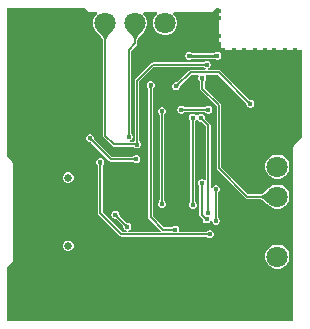
<source format=gbl>
G04*
G04 #@! TF.GenerationSoftware,Altium Limited,Altium Designer,21.0.8 (223)*
G04*
G04 Layer_Physical_Order=2*
G04 Layer_Color=16711680*
%FSLAX25Y25*%
%MOIN*%
G70*
G04*
G04 #@! TF.SameCoordinates,482E8025-2E78-4A05-A4F1-2824EEF061A7*
G04*
G04*
G04 #@! TF.FilePolarity,Positive*
G04*
G01*
G75*
%ADD10C,0.01000*%
%ADD56C,0.00500*%
%ADD57O,0.08268X0.03937*%
%ADD58O,0.06299X0.03937*%
%ADD59C,0.02559*%
%ADD60C,0.07087*%
%ADD61C,0.01600*%
%ADD62C,0.12598*%
G36*
X71500Y93500D02*
X73000Y91500D01*
X99374D01*
Y62316D01*
X96523Y59465D01*
X96302Y59134D01*
X96224Y58744D01*
Y1020D01*
X1020D01*
Y19078D01*
X2721Y20779D01*
X2942Y21110D01*
X3020Y21500D01*
Y53500D01*
X2942Y53890D01*
X2721Y54221D01*
X1020Y55922D01*
Y105480D01*
X26578D01*
X27779Y104279D01*
X28110Y104058D01*
X28500Y103980D01*
X30784D01*
X30991Y103480D01*
X30387Y102876D01*
X29854Y101954D01*
X29579Y100926D01*
Y99861D01*
X29854Y98833D01*
X30387Y97911D01*
X30716Y97582D01*
X30754Y97486D01*
X31545Y96673D01*
X32148Y95973D01*
X32373Y95674D01*
X32554Y95403D01*
X32687Y95168D01*
X32774Y94973D01*
X32817Y94827D01*
X32834Y94674D01*
X32857Y94631D01*
Y62878D01*
X32916Y62585D01*
X33081Y62337D01*
X35959Y59459D01*
X36207Y59294D01*
X36500Y59235D01*
X42843D01*
X42877Y59215D01*
X42906Y59222D01*
X42933Y59209D01*
X42981Y59207D01*
X43001Y59204D01*
X43016Y59201D01*
X43030Y59196D01*
X43044Y59189D01*
X43059Y59180D01*
X43077Y59167D01*
X43097Y59149D01*
X43119Y59124D01*
X43157Y59077D01*
X43247Y59027D01*
X43490Y58784D01*
X43967Y58587D01*
X44484D01*
X44962Y58784D01*
X45328Y59150D01*
X45526Y59628D01*
Y60145D01*
X45328Y60623D01*
X45214Y60737D01*
X45176Y60832D01*
X45130Y60881D01*
X45101Y60916D01*
X45077Y60948D01*
X45059Y60977D01*
X45045Y61005D01*
X45035Y61030D01*
X45027Y61053D01*
X45022Y61077D01*
X45019Y61101D01*
X45017Y61150D01*
X44991Y61206D01*
Y80909D01*
X49817Y85735D01*
X66181D01*
X66237Y85709D01*
X66286Y85707D01*
X66310Y85704D01*
X66333Y85699D01*
X66357Y85691D01*
X66382Y85681D01*
X66409Y85667D01*
X66439Y85649D01*
X66471Y85625D01*
X66505Y85596D01*
X66554Y85549D01*
X66649Y85512D01*
X66764Y85398D01*
X67085Y85265D01*
X66986Y84765D01*
X62062D01*
X61769Y84706D01*
X61521Y84541D01*
X57713Y80733D01*
X57670Y80721D01*
X57659Y80702D01*
X57637Y80694D01*
X57602Y80661D01*
X57586Y80649D01*
X57570Y80640D01*
X57556Y80633D01*
X57539Y80627D01*
X57520Y80622D01*
X57496Y80618D01*
X57466Y80616D01*
X57431Y80616D01*
X57370Y80622D01*
X57265Y80589D01*
X56960D01*
X56482Y80392D01*
X56117Y80026D01*
X55919Y79548D01*
Y79031D01*
X56117Y78553D01*
X56482Y78187D01*
X56960Y77990D01*
X57477D01*
X57955Y78187D01*
X58321Y78553D01*
X58519Y79031D01*
Y79077D01*
X58551Y79132D01*
X58560Y79204D01*
X58570Y79258D01*
X58582Y79305D01*
X58595Y79347D01*
X58610Y79384D01*
X58625Y79417D01*
X58641Y79445D01*
X58658Y79471D01*
X58676Y79493D01*
X58709Y79530D01*
X58731Y79588D01*
X62378Y83235D01*
X64690D01*
X64898Y82736D01*
X64700Y82259D01*
Y81741D01*
X64898Y81264D01*
X65012Y81149D01*
X65049Y81054D01*
X65096Y81005D01*
X65125Y80971D01*
X65149Y80939D01*
X65167Y80909D01*
X65181Y80882D01*
X65191Y80857D01*
X65199Y80833D01*
X65204Y80810D01*
X65207Y80786D01*
X65209Y80737D01*
X65235Y80681D01*
Y78500D01*
X65294Y78207D01*
X65459Y77959D01*
X70735Y72683D01*
Y52000D01*
X70793Y51707D01*
X70959Y51459D01*
X80459Y41959D01*
X80707Y41794D01*
X81000Y41735D01*
X85238D01*
X85280Y41712D01*
X85433Y41695D01*
X85579Y41652D01*
X85774Y41565D01*
X86009Y41432D01*
X86281Y41251D01*
X86576Y41028D01*
X87673Y40050D01*
X88087Y39637D01*
X88087Y39637D01*
X88087Y39637D01*
X88087Y39636D01*
X88186Y39596D01*
X88517Y39265D01*
X89439Y38732D01*
X90468Y38457D01*
X91532D01*
X92561Y38732D01*
X93483Y39265D01*
X94235Y40017D01*
X94768Y40939D01*
X95043Y41968D01*
Y43032D01*
X94768Y44061D01*
X94235Y44983D01*
X93483Y45735D01*
X92561Y46268D01*
X91532Y46543D01*
X90468D01*
X89439Y46268D01*
X88517Y45735D01*
X88188Y45406D01*
X88092Y45368D01*
X87279Y44577D01*
X86580Y43975D01*
X86281Y43749D01*
X86009Y43568D01*
X85774Y43435D01*
X85579Y43348D01*
X85433Y43305D01*
X85280Y43288D01*
X85238Y43265D01*
X81317D01*
X72265Y52317D01*
Y73000D01*
X72206Y73293D01*
X72041Y73541D01*
X72041Y73541D01*
X66765Y78817D01*
Y80681D01*
X66791Y80737D01*
X66793Y80786D01*
X66796Y80810D01*
X66801Y80833D01*
X66809Y80857D01*
X66819Y80882D01*
X66833Y80909D01*
X66851Y80939D01*
X66875Y80971D01*
X66904Y81005D01*
X66951Y81054D01*
X66988Y81149D01*
X67102Y81264D01*
X67300Y81741D01*
Y82259D01*
X67102Y82736D01*
X67310Y83235D01*
X71183D01*
X80527Y73892D01*
X80548Y73834D01*
X80581Y73798D01*
X80595Y73779D01*
X80608Y73759D01*
X80620Y73737D01*
X80630Y73712D01*
X80640Y73682D01*
X80647Y73649D01*
X80654Y73609D01*
X80658Y73564D01*
X80659Y73497D01*
X80700Y73403D01*
Y73241D01*
X80898Y72764D01*
X81264Y72398D01*
X81741Y72200D01*
X82259D01*
X82736Y72398D01*
X83102Y72764D01*
X83300Y73241D01*
Y73759D01*
X83102Y74236D01*
X82736Y74602D01*
X82259Y74800D01*
X82097D01*
X82003Y74841D01*
X81936Y74842D01*
X81891Y74846D01*
X81851Y74853D01*
X81818Y74860D01*
X81789Y74870D01*
X81763Y74880D01*
X81741Y74892D01*
X81721Y74905D01*
X81702Y74919D01*
X81666Y74952D01*
X81608Y74973D01*
X72041Y84541D01*
X71793Y84706D01*
X71500Y84765D01*
X68014D01*
X67915Y85265D01*
X68236Y85398D01*
X68602Y85764D01*
X68800Y86241D01*
Y86759D01*
X68602Y87236D01*
X68236Y87602D01*
X67759Y87800D01*
X67241D01*
X66764Y87602D01*
X66649Y87488D01*
X66554Y87450D01*
X66505Y87404D01*
X66471Y87375D01*
X66439Y87351D01*
X66409Y87333D01*
X66382Y87319D01*
X66357Y87309D01*
X66333Y87301D01*
X66310Y87296D01*
X66286Y87293D01*
X66237Y87291D01*
X66181Y87265D01*
X49500D01*
X49207Y87207D01*
X48959Y87041D01*
X43685Y81767D01*
X43519Y81519D01*
X43461Y81226D01*
Y61206D01*
X43435Y61150D01*
X43433Y61101D01*
X43430Y61077D01*
X43425Y61053D01*
X43417Y61030D01*
X43407Y61005D01*
X43393Y60977D01*
X43375Y60948D01*
X43351Y60916D01*
X43339Y60901D01*
X43315Y60886D01*
X43271Y60860D01*
X43230Y60840D01*
X43191Y60823D01*
X43156Y60811D01*
X43123Y60802D01*
X43091Y60796D01*
X43062Y60793D01*
X43012Y60791D01*
X42956Y60765D01*
X42014D01*
X41915Y61265D01*
X42236Y61398D01*
X42602Y61764D01*
X42800Y62241D01*
Y62759D01*
X42602Y63236D01*
X42488Y63351D01*
X42450Y63446D01*
X42404Y63495D01*
X42375Y63529D01*
X42351Y63561D01*
X42333Y63591D01*
X42319Y63618D01*
X42309Y63643D01*
X42301Y63667D01*
X42296Y63690D01*
X42293Y63714D01*
X42291Y63763D01*
X42265Y63819D01*
Y91183D01*
X44163Y93081D01*
X44163Y93081D01*
X44328Y93329D01*
X44387Y93622D01*
X44387Y93622D01*
Y94631D01*
X44410Y94674D01*
X44427Y94827D01*
X44470Y94973D01*
X44557Y95168D01*
X44690Y95403D01*
X44871Y95674D01*
X45094Y95970D01*
X46072Y97067D01*
X46485Y97481D01*
X46485Y97481D01*
X46485Y97481D01*
X46485Y97481D01*
X46526Y97580D01*
X46858Y97911D01*
X47390Y98833D01*
X47665Y99861D01*
Y100926D01*
X47390Y101954D01*
X46858Y102876D01*
X46253Y103480D01*
X46461Y103980D01*
X50784D01*
X50991Y103480D01*
X50387Y102876D01*
X49854Y101954D01*
X49579Y100926D01*
Y99861D01*
X49854Y98833D01*
X50387Y97911D01*
X51139Y97158D01*
X52061Y96626D01*
X53090Y96350D01*
X54154D01*
X55183Y96626D01*
X56105Y97158D01*
X56858Y97911D01*
X57390Y98833D01*
X57665Y99861D01*
Y100926D01*
X57390Y101954D01*
X56858Y102876D01*
X56253Y103480D01*
X56461Y103980D01*
X69000D01*
X69390Y104058D01*
X69721Y104279D01*
X70923Y105481D01*
X71500D01*
Y93500D01*
D02*
G37*
G36*
X45679Y97439D02*
X44675Y96313D01*
X44430Y95988D01*
X44229Y95687D01*
X44073Y95411D01*
X43961Y95161D01*
X43894Y94934D01*
X43872Y94733D01*
X43372D01*
X43350Y94934D01*
X43283Y95161D01*
X43171Y95411D01*
X43015Y95687D01*
X42814Y95988D01*
X42569Y96313D01*
X41945Y97039D01*
X41142Y97863D01*
X46102D01*
X45679Y97439D01*
D02*
G37*
G36*
X35679D02*
X34675Y96313D01*
X34430Y95988D01*
X34229Y95687D01*
X34073Y95411D01*
X33961Y95161D01*
X33894Y94934D01*
X33872Y94733D01*
X33372D01*
X33350Y94934D01*
X33283Y95161D01*
X33171Y95411D01*
X33015Y95687D01*
X32814Y95988D01*
X32569Y96313D01*
X31945Y97039D01*
X31142Y97863D01*
X36102D01*
X35679Y97439D01*
D02*
G37*
G36*
X66929Y85940D02*
X66867Y85999D01*
X66805Y86052D01*
X66741Y86098D01*
X66676Y86138D01*
X66610Y86172D01*
X66542Y86200D01*
X66473Y86222D01*
X66404Y86238D01*
X66332Y86247D01*
X66260Y86250D01*
Y86750D01*
X66332Y86753D01*
X66404Y86762D01*
X66473Y86778D01*
X66542Y86800D01*
X66610Y86827D01*
X66676Y86862D01*
X66741Y86902D01*
X66805Y86948D01*
X66867Y87001D01*
X66929Y87060D01*
Y85940D01*
D02*
G37*
G36*
X66501Y81367D02*
X66448Y81305D01*
X66402Y81241D01*
X66362Y81176D01*
X66328Y81110D01*
X66300Y81042D01*
X66278Y80973D01*
X66262Y80904D01*
X66253Y80832D01*
X66250Y80760D01*
X65750D01*
X65747Y80832D01*
X65738Y80904D01*
X65722Y80973D01*
X65700Y81042D01*
X65672Y81110D01*
X65638Y81176D01*
X65598Y81241D01*
X65552Y81305D01*
X65499Y81367D01*
X65440Y81429D01*
X66560D01*
X66501Y81367D01*
D02*
G37*
G36*
X58312Y79897D02*
X58264Y79845D01*
X58220Y79789D01*
X58180Y79729D01*
X58144Y79666D01*
X58112Y79598D01*
X58085Y79527D01*
X58061Y79452D01*
X58041Y79373D01*
X58026Y79290D01*
X58014Y79204D01*
X57320Y80083D01*
X57402Y80076D01*
X57481Y80074D01*
X57557Y80080D01*
X57630Y80091D01*
X57700Y80109D01*
X57766Y80133D01*
X57830Y80164D01*
X57890Y80201D01*
X57948Y80244D01*
X58002Y80294D01*
X58312Y79897D01*
D02*
G37*
G36*
X81353Y74505D02*
X81410Y74461D01*
X81471Y74422D01*
X81534Y74389D01*
X81602Y74361D01*
X81673Y74339D01*
X81747Y74321D01*
X81825Y74309D01*
X81907Y74302D01*
X81992Y74300D01*
X81200Y73508D01*
X81198Y73593D01*
X81191Y73675D01*
X81179Y73753D01*
X81161Y73827D01*
X81139Y73898D01*
X81111Y73966D01*
X81078Y74029D01*
X81039Y74090D01*
X80995Y74147D01*
X80946Y74200D01*
X81300Y74554D01*
X81353Y74505D01*
D02*
G37*
G36*
X41753Y63668D02*
X41762Y63596D01*
X41778Y63527D01*
X41800Y63458D01*
X41827Y63390D01*
X41862Y63324D01*
X41902Y63259D01*
X41948Y63195D01*
X42001Y63133D01*
X42060Y63071D01*
X40940D01*
X40999Y63133D01*
X41052Y63195D01*
X41098Y63259D01*
X41138Y63324D01*
X41173Y63390D01*
X41200Y63458D01*
X41222Y63527D01*
X41238Y63596D01*
X41247Y63668D01*
X41250Y63740D01*
X41750D01*
X41753Y63668D01*
D02*
G37*
G36*
X44479Y61054D02*
X44488Y60983D01*
X44504Y60913D01*
X44526Y60844D01*
X44553Y60777D01*
X44587Y60711D01*
X44628Y60646D01*
X44674Y60582D01*
X44727Y60519D01*
X44786Y60458D01*
X43731D01*
X43581Y59413D01*
X43530Y59477D01*
X43477Y59535D01*
X43421Y59585D01*
X43363Y59629D01*
X43301Y59666D01*
X43238Y59696D01*
X43172Y59720D01*
X43103Y59737D01*
X43032Y59747D01*
X42958Y59750D01*
X43033Y60250D01*
X43104Y60253D01*
X43174Y60261D01*
X43244Y60274D01*
X43315Y60294D01*
X43385Y60318D01*
X43456Y60348D01*
X43527Y60383D01*
X43598Y60424D01*
X43669Y60470D01*
X43699Y60492D01*
X43725Y60519D01*
X43777Y60582D01*
X43824Y60646D01*
X43864Y60711D01*
X43898Y60777D01*
X43926Y60844D01*
X43948Y60913D01*
X43964Y60983D01*
X43973Y61054D01*
X43976Y61126D01*
X44476D01*
X44479Y61054D01*
D02*
G37*
G36*
X88470Y40020D02*
X88045Y40444D01*
X86919Y41447D01*
X86594Y41692D01*
X86293Y41893D01*
X86018Y42049D01*
X85767Y42161D01*
X85541Y42228D01*
X85339Y42250D01*
Y42750D01*
X85541Y42772D01*
X85767Y42839D01*
X86018Y42951D01*
X86293Y43107D01*
X86594Y43308D01*
X86919Y43553D01*
X87645Y44177D01*
X88470Y44980D01*
Y40020D01*
D02*
G37*
%LPC*%
G36*
X71259Y90800D02*
X70741D01*
X70264Y90602D01*
X70219Y90558D01*
X69967Y90542D01*
X69892Y90541D01*
X69841Y90520D01*
X62665D01*
X62616Y90541D01*
X62384Y90546D01*
X62291Y90553D01*
X62284Y90554D01*
X62236Y90602D01*
X61759Y90800D01*
X61241D01*
X60764Y90602D01*
X60398Y90236D01*
X60200Y89759D01*
Y89241D01*
X60398Y88764D01*
X60764Y88398D01*
X61241Y88200D01*
X61759D01*
X62236Y88398D01*
X62281Y88442D01*
X62533Y88458D01*
X62608Y88459D01*
X62659Y88480D01*
X69835D01*
X69884Y88459D01*
X70116Y88454D01*
X70209Y88447D01*
X70216Y88446D01*
X70264Y88398D01*
X70741Y88200D01*
X71259D01*
X71736Y88398D01*
X72102Y88764D01*
X72300Y89241D01*
Y89759D01*
X72102Y90236D01*
X71736Y90602D01*
X71259Y90800D01*
D02*
G37*
G36*
X68259Y72800D02*
X67741D01*
X67264Y72602D01*
X67149Y72488D01*
X67054Y72451D01*
X67005Y72404D01*
X66971Y72375D01*
X66939Y72351D01*
X66909Y72333D01*
X66882Y72319D01*
X66857Y72309D01*
X66833Y72301D01*
X66810Y72296D01*
X66786Y72293D01*
X66737Y72291D01*
X66681Y72265D01*
X60319D01*
X60263Y72291D01*
X60214Y72293D01*
X60190Y72296D01*
X60167Y72301D01*
X60143Y72309D01*
X60118Y72319D01*
X60091Y72333D01*
X60061Y72351D01*
X60029Y72375D01*
X59995Y72404D01*
X59946Y72451D01*
X59851Y72488D01*
X59736Y72602D01*
X59259Y72800D01*
X58741D01*
X58264Y72602D01*
X57898Y72236D01*
X57700Y71759D01*
Y71241D01*
X57898Y70764D01*
X58264Y70398D01*
X58741Y70200D01*
X59259D01*
X59736Y70398D01*
X59851Y70512D01*
X59946Y70549D01*
X59995Y70596D01*
X60029Y70625D01*
X60061Y70649D01*
X60091Y70667D01*
X60118Y70681D01*
X60143Y70691D01*
X60167Y70699D01*
X60190Y70704D01*
X60214Y70707D01*
X60263Y70709D01*
X60319Y70735D01*
X66681D01*
X66737Y70709D01*
X66786Y70707D01*
X66810Y70704D01*
X66833Y70699D01*
X66857Y70691D01*
X66882Y70681D01*
X66909Y70667D01*
X66939Y70649D01*
X66971Y70625D01*
X67005Y70596D01*
X67054Y70549D01*
X67149Y70512D01*
X67264Y70398D01*
X67741Y70200D01*
X68259D01*
X68736Y70398D01*
X69102Y70764D01*
X69300Y71241D01*
Y71759D01*
X69102Y72236D01*
X68736Y72602D01*
X68259Y72800D01*
D02*
G37*
G36*
X65759Y70151D02*
X65241D01*
X64764Y69953D01*
X64430Y69620D01*
X64150Y69603D01*
X63870Y69620D01*
X63536Y69953D01*
X63059Y70151D01*
X62541D01*
X62064Y69953D01*
X61698Y69588D01*
X61500Y69110D01*
Y68593D01*
X61698Y68115D01*
X61812Y68000D01*
X61849Y67905D01*
X61896Y67857D01*
X61925Y67822D01*
X61949Y67790D01*
X61967Y67760D01*
X61981Y67733D01*
X61991Y67708D01*
X61999Y67684D01*
X62004Y67661D01*
X62007Y67637D01*
X62009Y67588D01*
X62035Y67532D01*
Y41119D01*
X62009Y41063D01*
X62007Y41014D01*
X62004Y40990D01*
X61999Y40967D01*
X61991Y40943D01*
X61981Y40918D01*
X61967Y40891D01*
X61949Y40861D01*
X61925Y40829D01*
X61896Y40795D01*
X61849Y40746D01*
X61812Y40651D01*
X61698Y40536D01*
X61500Y40059D01*
Y39541D01*
X61698Y39064D01*
X62064Y38698D01*
X62541Y38500D01*
X63059D01*
X63536Y38698D01*
X63902Y39064D01*
X64100Y39541D01*
Y40059D01*
X63902Y40536D01*
X63788Y40651D01*
X63750Y40746D01*
X63704Y40795D01*
X63675Y40829D01*
X63651Y40861D01*
X63633Y40891D01*
X63619Y40918D01*
X63609Y40943D01*
X63601Y40967D01*
X63596Y40990D01*
X63593Y41014D01*
X63591Y41063D01*
X63565Y41119D01*
Y67532D01*
X63591Y67588D01*
X63593Y67637D01*
X63596Y67661D01*
X63601Y67684D01*
X63609Y67708D01*
X63619Y67733D01*
X63633Y67760D01*
X63651Y67790D01*
X63675Y67822D01*
X63704Y67857D01*
X63750Y67905D01*
X63788Y68000D01*
X63870Y68083D01*
X64150Y68100D01*
X64430Y68083D01*
X64764Y67749D01*
X65241Y67551D01*
X65403D01*
X65497Y67510D01*
X65564Y67509D01*
X65609Y67505D01*
X65649Y67499D01*
X65683Y67491D01*
X65711Y67481D01*
X65737Y67471D01*
X65759Y67459D01*
X65779Y67447D01*
X65798Y67432D01*
X65834Y67399D01*
X65892Y67378D01*
X67235Y66034D01*
Y48210D01*
X66735Y48003D01*
X66536Y48202D01*
X66059Y48400D01*
X65541D01*
X65064Y48202D01*
X64698Y47836D01*
X64500Y47359D01*
Y46841D01*
X64698Y46364D01*
X64812Y46249D01*
X64850Y46154D01*
X64896Y46105D01*
X64925Y46071D01*
X64949Y46039D01*
X64967Y46009D01*
X64981Y45982D01*
X64991Y45957D01*
X64999Y45933D01*
X65004Y45910D01*
X65007Y45886D01*
X65009Y45837D01*
X65035Y45781D01*
Y36503D01*
X65093Y36210D01*
X65259Y35962D01*
X65940Y35282D01*
X65961Y35223D01*
X65995Y35187D01*
X66012Y35165D01*
X66029Y35140D01*
X66044Y35112D01*
X66059Y35080D01*
X66073Y35044D01*
X66086Y35003D01*
X66097Y34956D01*
X66106Y34903D01*
X66115Y34832D01*
X66149Y34772D01*
Y34715D01*
X66347Y34237D01*
X66712Y33872D01*
X67190Y33674D01*
X67707D01*
X68185Y33872D01*
X68551Y34237D01*
X68653Y34484D01*
X68700Y34598D01*
X69200Y34498D01*
X69200Y34395D01*
Y34241D01*
X69398Y33764D01*
X69764Y33398D01*
X70241Y33200D01*
X70759D01*
X71236Y33398D01*
X71602Y33764D01*
X71800Y34241D01*
Y34759D01*
X71602Y35236D01*
X71488Y35351D01*
X71451Y35446D01*
X71404Y35495D01*
X71375Y35529D01*
X71351Y35561D01*
X71333Y35591D01*
X71319Y35618D01*
X71309Y35643D01*
X71301Y35667D01*
X71296Y35690D01*
X71293Y35714D01*
X71291Y35763D01*
X71265Y35819D01*
Y43681D01*
X71291Y43737D01*
X71293Y43786D01*
X71296Y43810D01*
X71301Y43833D01*
X71309Y43857D01*
X71319Y43882D01*
X71333Y43909D01*
X71351Y43939D01*
X71375Y43971D01*
X71404Y44005D01*
X71451Y44054D01*
X71488Y44149D01*
X71602Y44264D01*
X71800Y44741D01*
Y45259D01*
X71602Y45736D01*
X71236Y46102D01*
X70759Y46300D01*
X70241D01*
X69764Y46102D01*
X69398Y45736D01*
X69265Y45415D01*
X68765Y45514D01*
Y66351D01*
X68707Y66644D01*
X68541Y66892D01*
X68541Y66892D01*
X66973Y68459D01*
X66952Y68517D01*
X66919Y68553D01*
X66904Y68572D01*
X66892Y68593D01*
X66880Y68615D01*
X66870Y68640D01*
X66860Y68669D01*
X66852Y68703D01*
X66846Y68742D01*
X66842Y68787D01*
X66841Y68854D01*
X66800Y68948D01*
Y69110D01*
X66602Y69588D01*
X66236Y69953D01*
X65759Y70151D01*
D02*
G37*
G36*
X28759Y63300D02*
X28241D01*
X27764Y63102D01*
X27398Y62736D01*
X27200Y62259D01*
Y61741D01*
X27398Y61264D01*
X27764Y60898D01*
X28241Y60700D01*
X28403D01*
X28497Y60659D01*
X28564Y60658D01*
X28609Y60654D01*
X28649Y60647D01*
X28683Y60640D01*
X28711Y60630D01*
X28736Y60620D01*
X28759Y60608D01*
X28779Y60596D01*
X28798Y60581D01*
X28834Y60548D01*
X28892Y60527D01*
X34959Y54459D01*
X34959Y54459D01*
X35207Y54294D01*
X35500Y54235D01*
X42681D01*
X42737Y54209D01*
X42786Y54207D01*
X42810Y54204D01*
X42833Y54199D01*
X42857Y54191D01*
X42882Y54181D01*
X42909Y54167D01*
X42939Y54149D01*
X42971Y54125D01*
X43005Y54096D01*
X43054Y54049D01*
X43149Y54012D01*
X43264Y53898D01*
X43741Y53700D01*
X44259D01*
X44736Y53898D01*
X45102Y54264D01*
X45300Y54741D01*
Y55259D01*
X45102Y55736D01*
X44736Y56102D01*
X44259Y56300D01*
X43741D01*
X43264Y56102D01*
X43149Y55988D01*
X43054Y55950D01*
X43005Y55904D01*
X42971Y55875D01*
X42939Y55851D01*
X42909Y55833D01*
X42882Y55819D01*
X42857Y55809D01*
X42833Y55801D01*
X42810Y55796D01*
X42786Y55793D01*
X42737Y55791D01*
X42681Y55765D01*
X35817D01*
X29973Y61608D01*
X29952Y61666D01*
X29919Y61702D01*
X29904Y61721D01*
X29892Y61741D01*
X29880Y61764D01*
X29870Y61788D01*
X29860Y61818D01*
X29853Y61851D01*
X29846Y61891D01*
X29842Y61936D01*
X29841Y62003D01*
X29800Y62097D01*
Y62259D01*
X29602Y62736D01*
X29236Y63102D01*
X28759Y63300D01*
D02*
G37*
G36*
X91532Y56543D02*
X90468D01*
X89439Y56268D01*
X88517Y55735D01*
X87765Y54983D01*
X87232Y54061D01*
X86957Y53032D01*
Y51968D01*
X87232Y50939D01*
X87765Y50017D01*
X88517Y49265D01*
X89439Y48732D01*
X90468Y48457D01*
X91532D01*
X92561Y48732D01*
X93483Y49265D01*
X94235Y50017D01*
X94768Y50939D01*
X95043Y51968D01*
Y53032D01*
X94768Y54061D01*
X94235Y54983D01*
X93483Y55735D01*
X92561Y56268D01*
X91532Y56543D01*
D02*
G37*
G36*
X21712Y50657D02*
X21004D01*
X20350Y50387D01*
X19850Y49886D01*
X19579Y49232D01*
Y48524D01*
X19850Y47870D01*
X20350Y47369D01*
X21004Y47098D01*
X21712D01*
X22366Y47369D01*
X22867Y47870D01*
X23138Y48524D01*
Y49232D01*
X22867Y49886D01*
X22366Y50387D01*
X21712Y50657D01*
D02*
G37*
G36*
X52759Y72300D02*
X52241D01*
X51764Y72102D01*
X51398Y71736D01*
X51200Y71259D01*
Y70741D01*
X51398Y70264D01*
X51512Y70149D01*
X51550Y70054D01*
X51596Y70005D01*
X51625Y69971D01*
X51649Y69939D01*
X51667Y69909D01*
X51681Y69882D01*
X51691Y69857D01*
X51699Y69833D01*
X51704Y69810D01*
X51707Y69786D01*
X51709Y69737D01*
X51735Y69681D01*
Y41319D01*
X51709Y41263D01*
X51707Y41214D01*
X51704Y41190D01*
X51699Y41167D01*
X51691Y41143D01*
X51681Y41118D01*
X51667Y41091D01*
X51649Y41061D01*
X51625Y41029D01*
X51596Y40995D01*
X51550Y40946D01*
X51512Y40851D01*
X51398Y40736D01*
X51200Y40259D01*
Y39741D01*
X51398Y39264D01*
X51764Y38898D01*
X52241Y38700D01*
X52759D01*
X53236Y38898D01*
X53602Y39264D01*
X53800Y39741D01*
Y40259D01*
X53602Y40736D01*
X53488Y40851D01*
X53451Y40946D01*
X53404Y40995D01*
X53375Y41029D01*
X53351Y41061D01*
X53333Y41091D01*
X53319Y41118D01*
X53309Y41143D01*
X53301Y41167D01*
X53296Y41190D01*
X53293Y41214D01*
X53291Y41263D01*
X53265Y41319D01*
Y69681D01*
X53291Y69737D01*
X53293Y69786D01*
X53296Y69810D01*
X53301Y69833D01*
X53309Y69857D01*
X53319Y69882D01*
X53333Y69909D01*
X53351Y69939D01*
X53375Y69971D01*
X53404Y70005D01*
X53451Y70054D01*
X53488Y70149D01*
X53602Y70264D01*
X53800Y70741D01*
Y71259D01*
X53602Y71736D01*
X53236Y72102D01*
X52759Y72300D01*
D02*
G37*
G36*
X49018Y81006D02*
X48501D01*
X48024Y80808D01*
X47658Y80443D01*
X47460Y79965D01*
Y79448D01*
X47658Y78970D01*
X47772Y78856D01*
X47809Y78760D01*
X47856Y78712D01*
X47885Y78677D01*
X47909Y78645D01*
X47927Y78615D01*
X47941Y78588D01*
X47951Y78563D01*
X47959Y78539D01*
X47964Y78516D01*
X47967Y78492D01*
X47969Y78443D01*
X47995Y78387D01*
Y35740D01*
X48053Y35447D01*
X48219Y35199D01*
X52204Y31215D01*
X51997Y30715D01*
X41294D01*
X41259Y31200D01*
X41736Y31398D01*
X42102Y31764D01*
X42300Y32241D01*
Y32759D01*
X42102Y33236D01*
X41736Y33602D01*
X41259Y33800D01*
X41097D01*
X41003Y33841D01*
X40936Y33842D01*
X40891Y33846D01*
X40851Y33852D01*
X40817Y33860D01*
X40789Y33870D01*
X40764Y33880D01*
X40741Y33892D01*
X40721Y33904D01*
X40702Y33919D01*
X40666Y33952D01*
X40608Y33973D01*
X38473Y36108D01*
X38452Y36166D01*
X38419Y36202D01*
X38405Y36221D01*
X38392Y36241D01*
X38380Y36263D01*
X38370Y36288D01*
X38360Y36318D01*
X38353Y36351D01*
X38346Y36391D01*
X38342Y36436D01*
X38341Y36503D01*
X38300Y36597D01*
Y36759D01*
X38102Y37236D01*
X37736Y37602D01*
X37259Y37800D01*
X36741D01*
X36264Y37602D01*
X35898Y37236D01*
X35700Y36759D01*
Y36241D01*
X35898Y35764D01*
X36264Y35398D01*
X36741Y35200D01*
X36903D01*
X36997Y35159D01*
X37064Y35158D01*
X37109Y35154D01*
X37149Y35148D01*
X37183Y35140D01*
X37211Y35130D01*
X37236Y35120D01*
X37259Y35108D01*
X37279Y35096D01*
X37298Y35081D01*
X37334Y35048D01*
X37392Y35027D01*
X39527Y32892D01*
X39548Y32834D01*
X39581Y32798D01*
X39595Y32779D01*
X39608Y32759D01*
X39620Y32737D01*
X39630Y32711D01*
X39640Y32682D01*
X39647Y32649D01*
X39654Y32609D01*
X39658Y32564D01*
X39659Y32497D01*
X39700Y32403D01*
Y32241D01*
X39898Y31764D01*
X40264Y31398D01*
X40741Y31200D01*
X40706Y30715D01*
X39367D01*
X32765Y37317D01*
Y52681D01*
X32791Y52737D01*
X32793Y52786D01*
X32796Y52810D01*
X32801Y52833D01*
X32809Y52857D01*
X32819Y52882D01*
X32833Y52909D01*
X32851Y52939D01*
X32875Y52971D01*
X32904Y53005D01*
X32950Y53054D01*
X32988Y53149D01*
X33102Y53264D01*
X33300Y53741D01*
Y54259D01*
X33102Y54736D01*
X32736Y55102D01*
X32259Y55300D01*
X31741D01*
X31264Y55102D01*
X30898Y54736D01*
X30700Y54259D01*
Y53741D01*
X30898Y53264D01*
X31012Y53149D01*
X31049Y53054D01*
X31096Y53005D01*
X31125Y52971D01*
X31149Y52939D01*
X31167Y52909D01*
X31181Y52882D01*
X31191Y52857D01*
X31199Y52833D01*
X31204Y52810D01*
X31207Y52786D01*
X31209Y52737D01*
X31235Y52681D01*
Y37000D01*
X31293Y36707D01*
X31459Y36459D01*
X38509Y29409D01*
X38509Y29409D01*
X38757Y29243D01*
X39050Y29185D01*
X39050Y29185D01*
X57642D01*
X57893Y29235D01*
X67181D01*
X67237Y29209D01*
X67286Y29207D01*
X67310Y29204D01*
X67333Y29199D01*
X67357Y29191D01*
X67382Y29181D01*
X67409Y29167D01*
X67439Y29149D01*
X67471Y29125D01*
X67505Y29096D01*
X67554Y29050D01*
X67649Y29012D01*
X67764Y28898D01*
X68241Y28700D01*
X68759D01*
X69236Y28898D01*
X69602Y29264D01*
X69800Y29741D01*
Y30259D01*
X69602Y30736D01*
X69236Y31102D01*
X68759Y31300D01*
X68241D01*
X67764Y31102D01*
X67649Y30988D01*
X67554Y30950D01*
X67505Y30904D01*
X67471Y30875D01*
X67439Y30851D01*
X67409Y30833D01*
X67382Y30819D01*
X67357Y30809D01*
X67333Y30801D01*
X67310Y30796D01*
X67286Y30793D01*
X67237Y30791D01*
X67181Y30765D01*
X58552D01*
X58275Y31180D01*
X58300Y31241D01*
Y31759D01*
X58102Y32236D01*
X57736Y32602D01*
X57259Y32800D01*
X56741D01*
X56264Y32602D01*
X56149Y32488D01*
X56054Y32451D01*
X56005Y32404D01*
X55971Y32375D01*
X55939Y32351D01*
X55909Y32333D01*
X55882Y32319D01*
X55857Y32309D01*
X55833Y32301D01*
X55810Y32296D01*
X55786Y32293D01*
X55737Y32291D01*
X55681Y32265D01*
X53317D01*
X49525Y36057D01*
Y78387D01*
X49551Y78443D01*
X49553Y78492D01*
X49556Y78516D01*
X49561Y78539D01*
X49569Y78563D01*
X49579Y78588D01*
X49593Y78615D01*
X49611Y78645D01*
X49634Y78677D01*
X49664Y78712D01*
X49710Y78760D01*
X49747Y78856D01*
X49862Y78970D01*
X50060Y79448D01*
Y79965D01*
X49862Y80443D01*
X49496Y80808D01*
X49018Y81006D01*
D02*
G37*
G36*
X21712Y27902D02*
X21004D01*
X20350Y27631D01*
X19850Y27130D01*
X19579Y26476D01*
Y25768D01*
X19850Y25114D01*
X20350Y24613D01*
X21004Y24342D01*
X21712D01*
X22366Y24613D01*
X22867Y25114D01*
X23138Y25768D01*
Y26476D01*
X22867Y27130D01*
X22366Y27631D01*
X21712Y27902D01*
D02*
G37*
G36*
X91532Y26543D02*
X90468D01*
X89439Y26268D01*
X88517Y25735D01*
X87765Y24983D01*
X87232Y24061D01*
X86957Y23032D01*
Y21968D01*
X87232Y20939D01*
X87765Y20017D01*
X88517Y19264D01*
X89439Y18732D01*
X90468Y18457D01*
X91532D01*
X92561Y18732D01*
X93483Y19264D01*
X94235Y20017D01*
X94768Y20939D01*
X95043Y21968D01*
Y23032D01*
X94768Y24061D01*
X94235Y24983D01*
X93483Y25735D01*
X92561Y26268D01*
X91532Y26543D01*
D02*
G37*
%LPD*%
G36*
X70429Y88940D02*
X70413Y88951D01*
X70389Y88962D01*
X70356Y88971D01*
X70315Y88978D01*
X70266Y88985D01*
X70143Y88995D01*
X69895Y89000D01*
Y90000D01*
X69986Y90001D01*
X70315Y90022D01*
X70356Y90029D01*
X70389Y90038D01*
X70413Y90049D01*
X70429Y90060D01*
Y88940D01*
D02*
G37*
G36*
X62087Y90049D02*
X62112Y90038D01*
X62144Y90029D01*
X62185Y90022D01*
X62234Y90015D01*
X62357Y90005D01*
X62604Y90000D01*
Y89000D01*
X62514Y88999D01*
X62185Y88978D01*
X62144Y88971D01*
X62112Y88962D01*
X62087Y88951D01*
X62071Y88940D01*
Y90060D01*
X62087Y90049D01*
D02*
G37*
G36*
X67429Y70940D02*
X67367Y70999D01*
X67305Y71052D01*
X67241Y71098D01*
X67176Y71138D01*
X67110Y71172D01*
X67042Y71200D01*
X66973Y71222D01*
X66904Y71238D01*
X66832Y71247D01*
X66760Y71250D01*
Y71750D01*
X66832Y71753D01*
X66904Y71762D01*
X66973Y71778D01*
X67042Y71800D01*
X67110Y71828D01*
X67176Y71862D01*
X67241Y71902D01*
X67305Y71948D01*
X67367Y72001D01*
X67429Y72060D01*
Y70940D01*
D02*
G37*
G36*
X59633Y72001D02*
X59695Y71948D01*
X59759Y71902D01*
X59824Y71862D01*
X59890Y71828D01*
X59958Y71800D01*
X60027Y71778D01*
X60097Y71762D01*
X60168Y71753D01*
X60240Y71750D01*
Y71250D01*
X60168Y71247D01*
X60097Y71238D01*
X60027Y71222D01*
X59958Y71200D01*
X59890Y71172D01*
X59824Y71138D01*
X59759Y71098D01*
X59695Y71052D01*
X59633Y70999D01*
X59571Y70940D01*
Y72060D01*
X59633Y72001D01*
D02*
G37*
G36*
X66302Y68758D02*
X66309Y68677D01*
X66321Y68599D01*
X66338Y68524D01*
X66361Y68453D01*
X66389Y68386D01*
X66422Y68322D01*
X66461Y68261D01*
X66505Y68204D01*
X66553Y68151D01*
X66200Y67798D01*
X66147Y67847D01*
X66090Y67890D01*
X66029Y67929D01*
X65965Y67962D01*
X65898Y67990D01*
X65827Y68013D01*
X65753Y68030D01*
X65675Y68042D01*
X65593Y68050D01*
X65508Y68051D01*
X66300Y68843D01*
X66302Y68758D01*
D02*
G37*
G36*
X63301Y68218D02*
X63248Y68156D01*
X63202Y68092D01*
X63162Y68027D01*
X63127Y67961D01*
X63100Y67893D01*
X63078Y67825D01*
X63062Y67755D01*
X63053Y67684D01*
X63050Y67611D01*
X62550D01*
X62547Y67684D01*
X62538Y67755D01*
X62522Y67825D01*
X62500Y67893D01*
X62472Y67961D01*
X62438Y68027D01*
X62398Y68092D01*
X62352Y68156D01*
X62299Y68218D01*
X62240Y68280D01*
X63360D01*
X63301Y68218D01*
D02*
G37*
G36*
X66301Y46467D02*
X66248Y46405D01*
X66202Y46341D01*
X66162Y46276D01*
X66128Y46210D01*
X66100Y46142D01*
X66078Y46073D01*
X66062Y46003D01*
X66053Y45932D01*
X66050Y45860D01*
X65550D01*
X65547Y45932D01*
X65538Y46003D01*
X65522Y46073D01*
X65500Y46142D01*
X65473Y46210D01*
X65438Y46276D01*
X65398Y46341D01*
X65352Y46405D01*
X65299Y46467D01*
X65240Y46529D01*
X66360D01*
X66301Y46467D01*
D02*
G37*
G36*
X71001Y44367D02*
X70948Y44305D01*
X70902Y44241D01*
X70862Y44176D01*
X70828Y44110D01*
X70800Y44042D01*
X70778Y43973D01*
X70762Y43903D01*
X70753Y43832D01*
X70750Y43760D01*
X70250D01*
X70247Y43832D01*
X70238Y43903D01*
X70222Y43973D01*
X70200Y44042D01*
X70173Y44110D01*
X70138Y44176D01*
X70098Y44241D01*
X70052Y44305D01*
X69999Y44367D01*
X69940Y44429D01*
X71060D01*
X71001Y44367D01*
D02*
G37*
G36*
X63053Y40968D02*
X63062Y40896D01*
X63078Y40827D01*
X63100Y40758D01*
X63127Y40690D01*
X63162Y40624D01*
X63202Y40559D01*
X63248Y40495D01*
X63301Y40433D01*
X63360Y40371D01*
X62240D01*
X62299Y40433D01*
X62352Y40495D01*
X62398Y40559D01*
X62438Y40624D01*
X62472Y40690D01*
X62500Y40758D01*
X62522Y40827D01*
X62538Y40896D01*
X62547Y40968D01*
X62550Y41040D01*
X63050D01*
X63053Y40968D01*
D02*
G37*
G36*
X68253Y38168D02*
X68262Y38096D01*
X68278Y38027D01*
X68300Y37958D01*
X68327Y37890D01*
X68362Y37824D01*
X68402Y37759D01*
X68448Y37695D01*
X68501Y37633D01*
X68560Y37571D01*
X67440D01*
X67499Y37633D01*
X67552Y37695D01*
X67598Y37759D01*
X67638Y37824D01*
X67672Y37890D01*
X67700Y37958D01*
X67722Y38027D01*
X67738Y38096D01*
X67747Y38168D01*
X67750Y38240D01*
X68250D01*
X68253Y38168D01*
D02*
G37*
G36*
X70753Y35668D02*
X70762Y35596D01*
X70778Y35527D01*
X70800Y35458D01*
X70828Y35390D01*
X70862Y35324D01*
X70902Y35259D01*
X70948Y35195D01*
X71001Y35133D01*
X71060Y35071D01*
X69940D01*
X69999Y35133D01*
X70052Y35195D01*
X70098Y35259D01*
X70138Y35324D01*
X70173Y35390D01*
X70200Y35458D01*
X70222Y35527D01*
X70238Y35596D01*
X70247Y35668D01*
X70250Y35740D01*
X70750D01*
X70753Y35668D01*
D02*
G37*
G36*
X66727Y35934D02*
X66785Y35890D01*
X66845Y35853D01*
X66909Y35822D01*
X66976Y35798D01*
X67046Y35779D01*
X67119Y35767D01*
X67195Y35761D01*
X67274Y35762D01*
X67356Y35768D01*
X66652Y34897D01*
X66642Y34984D01*
X66627Y35067D01*
X66608Y35145D01*
X66585Y35221D01*
X66558Y35292D01*
X66526Y35359D01*
X66491Y35423D01*
X66451Y35482D01*
X66407Y35538D01*
X66359Y35590D01*
X66673Y35984D01*
X66727Y35934D01*
D02*
G37*
G36*
X29302Y61907D02*
X29309Y61825D01*
X29321Y61747D01*
X29338Y61673D01*
X29361Y61602D01*
X29389Y61535D01*
X29422Y61471D01*
X29461Y61410D01*
X29505Y61353D01*
X29553Y61300D01*
X29200Y60947D01*
X29147Y60995D01*
X29090Y61039D01*
X29029Y61078D01*
X28965Y61111D01*
X28898Y61139D01*
X28827Y61162D01*
X28753Y61179D01*
X28675Y61191D01*
X28593Y61198D01*
X28508Y61200D01*
X29300Y61992D01*
X29302Y61907D01*
D02*
G37*
G36*
X43429Y54440D02*
X43367Y54499D01*
X43305Y54552D01*
X43241Y54598D01*
X43176Y54638D01*
X43110Y54672D01*
X43042Y54700D01*
X42973Y54722D01*
X42904Y54738D01*
X42832Y54747D01*
X42760Y54750D01*
Y55250D01*
X42832Y55253D01*
X42904Y55262D01*
X42973Y55278D01*
X43042Y55300D01*
X43110Y55327D01*
X43176Y55362D01*
X43241Y55402D01*
X43305Y55448D01*
X43367Y55501D01*
X43429Y55560D01*
Y54440D01*
D02*
G37*
G36*
X53001Y70367D02*
X52948Y70305D01*
X52902Y70241D01*
X52862Y70176D01*
X52828Y70110D01*
X52800Y70042D01*
X52778Y69973D01*
X52762Y69903D01*
X52753Y69832D01*
X52750Y69760D01*
X52250D01*
X52247Y69832D01*
X52238Y69903D01*
X52222Y69973D01*
X52200Y70042D01*
X52172Y70110D01*
X52138Y70176D01*
X52098Y70241D01*
X52052Y70305D01*
X51999Y70367D01*
X51940Y70429D01*
X53060D01*
X53001Y70367D01*
D02*
G37*
G36*
X52753Y41168D02*
X52762Y41096D01*
X52778Y41027D01*
X52800Y40958D01*
X52828Y40890D01*
X52862Y40824D01*
X52902Y40759D01*
X52948Y40695D01*
X53001Y40633D01*
X53060Y40571D01*
X51940D01*
X51999Y40633D01*
X52052Y40695D01*
X52098Y40759D01*
X52138Y40824D01*
X52172Y40890D01*
X52200Y40958D01*
X52222Y41027D01*
X52238Y41096D01*
X52247Y41168D01*
X52250Y41240D01*
X52750D01*
X52753Y41168D01*
D02*
G37*
G36*
X49261Y79074D02*
X49208Y79011D01*
X49162Y78947D01*
X49121Y78882D01*
X49087Y78816D01*
X49059Y78749D01*
X49038Y78680D01*
X49022Y78610D01*
X49013Y78539D01*
X49010Y78466D01*
X48510D01*
X48507Y78539D01*
X48497Y78610D01*
X48482Y78680D01*
X48460Y78749D01*
X48432Y78816D01*
X48398Y78882D01*
X48358Y78947D01*
X48311Y79011D01*
X48259Y79074D01*
X48200Y79135D01*
X49320D01*
X49261Y79074D01*
D02*
G37*
G36*
X32501Y53367D02*
X32448Y53305D01*
X32402Y53241D01*
X32362Y53176D01*
X32327Y53110D01*
X32300Y53042D01*
X32278Y52973D01*
X32262Y52903D01*
X32253Y52832D01*
X32250Y52760D01*
X31750D01*
X31747Y52832D01*
X31738Y52903D01*
X31722Y52973D01*
X31700Y53042D01*
X31672Y53110D01*
X31638Y53176D01*
X31598Y53241D01*
X31552Y53305D01*
X31499Y53367D01*
X31440Y53429D01*
X32560D01*
X32501Y53367D01*
D02*
G37*
G36*
X37802Y36407D02*
X37809Y36325D01*
X37821Y36247D01*
X37839Y36173D01*
X37861Y36102D01*
X37889Y36035D01*
X37922Y35971D01*
X37961Y35910D01*
X38005Y35853D01*
X38054Y35800D01*
X37700Y35447D01*
X37647Y35495D01*
X37590Y35539D01*
X37529Y35578D01*
X37466Y35611D01*
X37398Y35639D01*
X37327Y35662D01*
X37253Y35679D01*
X37175Y35691D01*
X37093Y35698D01*
X37008Y35700D01*
X37800Y36492D01*
X37802Y36407D01*
D02*
G37*
G36*
X40353Y33505D02*
X40410Y33461D01*
X40471Y33422D01*
X40534Y33389D01*
X40602Y33361D01*
X40673Y33338D01*
X40747Y33321D01*
X40825Y33309D01*
X40907Y33302D01*
X40992Y33300D01*
X40200Y32508D01*
X40198Y32593D01*
X40191Y32675D01*
X40179Y32753D01*
X40161Y32827D01*
X40139Y32898D01*
X40111Y32965D01*
X40078Y33029D01*
X40039Y33090D01*
X39995Y33147D01*
X39946Y33200D01*
X40300Y33553D01*
X40353Y33505D01*
D02*
G37*
G36*
X56429Y30940D02*
X56367Y30999D01*
X56305Y31052D01*
X56241Y31098D01*
X56176Y31138D01*
X56110Y31172D01*
X56042Y31200D01*
X55973Y31222D01*
X55904Y31238D01*
X55832Y31247D01*
X55760Y31250D01*
Y31750D01*
X55832Y31753D01*
X55904Y31762D01*
X55973Y31778D01*
X56042Y31800D01*
X56110Y31828D01*
X56176Y31862D01*
X56241Y31902D01*
X56305Y31948D01*
X56367Y32001D01*
X56429Y32060D01*
Y30940D01*
D02*
G37*
G36*
X67929Y29440D02*
X67867Y29499D01*
X67805Y29552D01*
X67741Y29598D01*
X67676Y29638D01*
X67610Y29673D01*
X67542Y29700D01*
X67473Y29722D01*
X67404Y29738D01*
X67332Y29747D01*
X67260Y29750D01*
Y30250D01*
X67332Y30253D01*
X67404Y30262D01*
X67473Y30278D01*
X67542Y30300D01*
X67610Y30327D01*
X67676Y30362D01*
X67741Y30402D01*
X67805Y30448D01*
X67867Y30501D01*
X67929Y30560D01*
Y29440D01*
D02*
G37*
D10*
X61500Y89500D02*
X71000D01*
D56*
X32000Y37000D02*
Y54000D01*
X49500Y86500D02*
X67500D01*
X71500Y52000D02*
X81000Y42500D01*
X90500D01*
X71500Y52000D02*
Y73000D01*
X66000Y78500D02*
X71500Y73000D01*
X66000Y78500D02*
Y82000D01*
X62062Y84000D02*
X71500D01*
X57351Y79290D02*
X62062Y84000D01*
X71500D02*
X82000Y73500D01*
X57219Y79290D02*
X57351D01*
X44226Y81226D02*
X49500Y86500D01*
X59000Y71500D02*
X68000D01*
X65500Y68851D02*
X68000Y66351D01*
X62800Y39800D02*
Y68851D01*
X68000Y37000D02*
Y66351D01*
X82000Y73500D02*
Y73500D01*
X39050Y29950D02*
X57642D01*
X32000Y37000D02*
X39050Y29950D01*
X57642D02*
X57692Y30000D01*
X68500D01*
X28500Y62000D02*
X35500Y55000D01*
X44000D01*
X44226Y59886D02*
Y81226D01*
X65800Y36503D02*
Y47100D01*
Y36503D02*
X67329Y34974D01*
X44112Y60000D02*
X44226Y59886D01*
X36500Y60000D02*
X44112D01*
X41500Y62500D02*
Y91500D01*
X43622Y93622D02*
Y100394D01*
X41500Y91500D02*
X43622Y93622D01*
X33622Y62878D02*
X36500Y60000D01*
X33622Y62878D02*
Y100394D01*
X52500Y40000D02*
Y71000D01*
X48760Y35740D02*
Y79706D01*
X53000Y31500D02*
X57000D01*
X48760Y35740D02*
X53000Y31500D01*
X37000Y36500D02*
X41000Y32500D01*
X70500Y34500D02*
Y45000D01*
D57*
X23327Y54528D02*
D03*
Y20472D02*
D03*
D58*
X7579Y54528D02*
D03*
Y20472D02*
D03*
D59*
X21358Y26122D02*
D03*
Y48878D02*
D03*
D60*
X33622Y100394D02*
D03*
X43622D02*
D03*
X53622D02*
D03*
X63622D02*
D03*
X91000Y22500D02*
D03*
Y32500D02*
D03*
Y42500D02*
D03*
Y52500D02*
D03*
D61*
X37000Y36500D02*
D03*
X30000Y91000D02*
D03*
Y87500D02*
D03*
Y84000D02*
D03*
X66500Y21000D02*
D03*
Y17500D02*
D03*
Y14000D02*
D03*
X42000Y24500D02*
D03*
X67500Y86500D02*
D03*
X73000Y91500D02*
D03*
X71500Y93500D02*
D03*
Y104500D02*
D03*
Y102000D02*
D03*
Y96000D02*
D03*
X76500Y91500D02*
D03*
X80000D02*
D03*
X83500D02*
D03*
X87000D02*
D03*
X90000D02*
D03*
X93500D02*
D03*
X97000D02*
D03*
X10828Y73929D02*
D03*
X8354Y76404D02*
D03*
X5879Y78879D02*
D03*
X16500Y74000D02*
D03*
Y77500D02*
D03*
Y81000D02*
D03*
X19500Y74000D02*
D03*
Y77500D02*
D03*
Y81000D02*
D03*
X11500Y33500D02*
D03*
Y37000D02*
D03*
Y40500D02*
D03*
X35500Y44000D02*
D03*
Y47500D02*
D03*
Y51000D02*
D03*
X59500Y46000D02*
D03*
Y49500D02*
D03*
Y53000D02*
D03*
X56000Y46000D02*
D03*
Y49500D02*
D03*
Y53000D02*
D03*
X66000Y82000D02*
D03*
X65500Y68851D02*
D03*
X68000Y71500D02*
D03*
X62800Y39800D02*
D03*
Y68851D02*
D03*
X59000Y71500D02*
D03*
X82000Y73500D02*
D03*
X61500Y89500D02*
D03*
X71000D02*
D03*
X57219Y79290D02*
D03*
X32000Y54000D02*
D03*
X28500Y62000D02*
D03*
X68500Y30000D02*
D03*
X67449Y34974D02*
D03*
X68000Y37000D02*
D03*
X44226Y59886D02*
D03*
X44000Y55000D02*
D03*
X52500Y40000D02*
D03*
X41500Y62500D02*
D03*
X70500Y45000D02*
D03*
X65800Y47100D02*
D03*
X52500Y71000D02*
D03*
X57000Y31500D02*
D03*
X48760Y79706D02*
D03*
X41000Y32500D02*
D03*
X70500Y34500D02*
D03*
D62*
X88976Y7874D02*
D03*
X8268Y98425D02*
D03*
Y7874D02*
D03*
M02*

</source>
